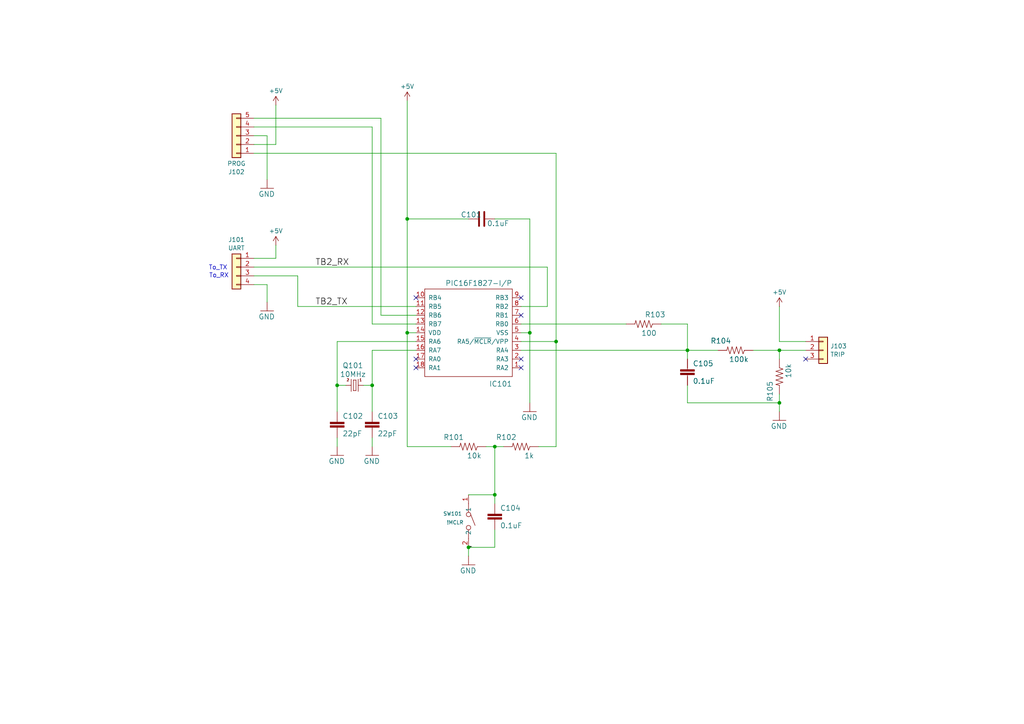
<source format=kicad_sch>
(kicad_sch (version 20231120) (generator "eeschema") (generator_version "8.0")
  (paper "A4")
  (title_block (title "M252 TB2 adapter for M302") (date "2024-12-08") (rev "1.00") (company "YS Lab"))
  (lib_symbols
    (symbol "001-eagle-import:C2,5-3" (pin_names (offset 1.016))
      (property "Reference" "C" (at 1.524 0.381 0))
      (property "Value" "C2,5-3" (at 1.524 -4.699 0))
      (symbol "C2,5-3_1_0"
        (rectangle (start -2.032 -2.032) (end 2.032 -1.524) (fill (type outline)))
        (rectangle (start -2.032 -1.016) (end 2.032 -0.508) (fill (type outline)))
        (polyline (pts (xy 0 -2.54) (xy 0 -2.032)))
        (polyline (pts (xy 0 0) (xy 0 -0.508)))
        (pin passive line (at 0 2.54 270) (length 2.54) (name "1") (number "1"))
        (pin passive line (at 0 -5.08 90) (length 2.54) (name "2") (number "2"))
      )
    )
    (symbol "001-eagle-import:CRYSTALHC49S" (pin_names (offset 1.016))
      (property "Reference" "Q" (at 2.54 1.016 0))
      (property "Value" "CRYSTALHC49S" (at 2.54 -2.54 0))
      (symbol "CRYSTALHC49S_1_0"
        (polyline (pts (xy -2.54 0) (xy -1.016 0)))
        (polyline (pts (xy -1.016 1.778) (xy -1.016 -1.778)))
        (polyline (pts (xy -0.381 -1.524) (xy 0.381 -1.524)))
        (polyline (pts (xy -0.381 1.524) (xy -0.381 -1.524)))
        (polyline (pts (xy 0.381 -1.524) (xy 0.381 1.524)))
        (polyline (pts (xy 0.381 1.524) (xy -0.381 1.524)))
        (polyline (pts (xy 1.016 0) (xy 2.54 0)))
        (polyline (pts (xy 1.016 1.778) (xy 1.016 -1.778)))
        (text "1" (at -2.159 -1.143 0) (effects (font (size 0.7112 0.7112)) (justify left bottom)))
        (text "2" (at 1.524 -1.143 0) (effects (font (size 0.7112 0.7112)) (justify left bottom)))
        (pin passive line (at -2.54 0 0) (length 0) (name "1") (number "1"))
        (pin passive line (at 2.54 0 180) (length 0) (name "2") (number "2"))
      )
    )
    (symbol "001-eagle-import:DIP-BUTTON(2P-6.0X3.0X4.3MM)-TS-1101F" (pin_names (offset 1.016))
      (property "Reference" "SW" (at -7.62 1.27 0))
      (property "Value" "DIP-BUTTON(2P-6.0X3.0X4.3MM)-TS-1101F" (at 1.27 1.27 0))
      (symbol "DIP-BUTTON(2P-6.0X3.0X4.3MM)-TS-1101F_1_0"
        (circle (center -1.905 0) (radius 0.635) (stroke (width 0.1524)))
        (polyline (pts (xy -5.08 0) (xy -2.54 0)))
        (polyline (pts (xy -1.905 0.635) (xy 1.27 1.905)))
        (polyline (pts (xy 2.54 0) (xy 5.08 0)))
        (circle (center 1.905 0) (radius 0.635) (stroke (width 0.1524)))
        (pin bidirectional line (at -7.62 0 0) (length 2.54) (name "1") (number "1"))
        (pin bidirectional line (at 7.62 0 180) (length 2.54) (name "2") (number "2"))
      )
    )
    (symbol "001-eagle-import:GND" (power) (pin_names (offset 1.016))
      (property "Value" "GND" (at -2.54 -2.54 0))
      (symbol "GND_1_0"
        (polyline (pts (xy -1.905 0) (xy 1.905 0)))
        (pin power_in line (at 0 2.54 270) (length 2.54) (name "GND") (number "1"))
      )
    )
    (symbol "001-eagle-import:PIC16F1826_27P" (pin_names (offset 1.016))
      (property "Reference" "IC" (at -12.7 13.97 0))
      (property "Value" "PIC16F1826_27P" (at -12.7 -15.24 0))
      (symbol "PIC16F1826_27P_1_0"
        (polyline (pts (xy -12.7 -12.7) (xy -12.7 12.7)))
        (polyline (pts (xy -12.7 12.7) (xy 12.7 12.7)))
        (polyline (pts (xy 12.7 -12.7) (xy -12.7 -12.7)))
        (polyline (pts (xy 12.7 12.7) (xy 12.7 -12.7)))
        (pin bidirectional line (at -15.24 10.16 0) (length 2.54) (name "RA2") (number "1"))
        (pin bidirectional line (at 15.24 -10.16 180) (length 2.54) (name "RB4") (number "10"))
        (pin bidirectional line (at 15.24 -7.62 180) (length 2.54) (name "RB5") (number "11"))
        (pin bidirectional line (at 15.24 -5.08 180) (length 2.54) (name "RB6") (number "12"))
        (pin bidirectional line (at 15.24 -2.54 180) (length 2.54) (name "RB7") (number "13"))
        (pin power_in line (at 15.24 0 180) (length 2.54) (name "VDD") (number "14"))
        (pin bidirectional line (at 15.24 2.54 180) (length 2.54) (name "RA6") (number "15"))
        (pin bidirectional line (at 15.24 5.08 180) (length 2.54) (name "RA7") (number "16"))
        (pin bidirectional line (at 15.24 7.62 180) (length 2.54) (name "RA0") (number "17"))
        (pin bidirectional line (at 15.24 10.16 180) (length 2.54) (name "RA1") (number "18"))
        (pin bidirectional line (at -15.24 7.62 0) (length 2.54) (name "RA3") (number "2"))
        (pin bidirectional line (at -15.24 5.08 0) (length 2.54) (name "RA4") (number "3"))
        (pin bidirectional line (at -15.24 2.54 0) (length 2.54) (name "RA5/~{MCLR}/VPP") (number "4"))
        (pin power_in line (at -15.24 0 0) (length 2.54) (name "VSS") (number "5"))
        (pin bidirectional line (at -15.24 -2.54 0) (length 2.54) (name "RB0") (number "6"))
        (pin bidirectional line (at -15.24 -5.08 0) (length 2.54) (name "RB1") (number "7"))
        (pin bidirectional line (at -15.24 -7.62 0) (length 2.54) (name "RB2") (number "8"))
        (pin bidirectional line (at -15.24 -10.16 0) (length 2.54) (name "RB3") (number "9"))
      )
    )
    (symbol "001-eagle-import:R-US_0204_7" (pin_names (offset 1.016))
      (property "Reference" "R" (at -3.81 1.4986 0))
      (property "Value" "R-US_0204_7" (at -3.81 -3.302 0))
      (symbol "R-US_0204_7_1_0"
        (polyline (pts (xy -2.54 0) (xy -2.159 1.016)))
        (polyline (pts (xy -2.159 1.016) (xy -1.524 -1.016)))
        (polyline (pts (xy -1.524 -1.016) (xy -0.889 1.016)))
        (polyline (pts (xy -0.889 1.016) (xy -0.254 -1.016)))
        (polyline (pts (xy -0.254 -1.016) (xy 0.381 1.016)))
        (polyline (pts (xy 0.381 1.016) (xy 1.016 -1.016)))
        (polyline (pts (xy 1.016 -1.016) (xy 1.651 1.016)))
        (polyline (pts (xy 1.651 1.016) (xy 2.286 -1.016)))
        (polyline (pts (xy 2.286 -1.016) (xy 2.54 0)))
        (pin passive line (at -5.08 0 0) (length 2.54) (name "1") (number "1"))
        (pin passive line (at 5.08 0 180) (length 2.54) (name "2") (number "2"))
      )
    )
    (symbol "Connector_Generic:Conn_01x03" (pin_names (offset 1.016) hide)
      (property "Reference" "J" (at 0 5.08 0))
      (property "Value" "Conn_01x03" (at 0 -5.08 0))
      (symbol "Conn_01x03_1_1"
        (rectangle (start -1.27 -2.413) (end 0 -2.667) (stroke (width 0.1524)))
        (rectangle (start -1.27 0.127) (end 0 -0.127) (stroke (width 0.1524)))
        (rectangle (start -1.27 2.667) (end 0 2.413) (stroke (width 0.1524)))
        (rectangle (start -1.27 3.81) (end 1.27 -3.81) (stroke (width 0.254)) (fill (type background)))
        (pin passive line (at -5.08 2.54 0) (length 3.81) (name "Pin_1") (number "1"))
        (pin passive line (at -5.08 0 0) (length 3.81) (name "Pin_2") (number "2"))
        (pin passive line (at -5.08 -2.54 0) (length 3.81) (name "Pin_3") (number "3"))
      )
    )
    (symbol "Connector_Generic:Conn_01x04" (pin_names (offset 1.016) hide)
      (property "Reference" "J" (at 0 5.08 0))
      (property "Value" "Conn_01x04" (at 0 -7.62 0))
      (symbol "Conn_01x04_1_1"
        (rectangle (start -1.27 -4.953) (end 0 -5.207) (stroke (width 0.1524)))
        (rectangle (start -1.27 -2.413) (end 0 -2.667) (stroke (width 0.1524)))
        (rectangle (start -1.27 0.127) (end 0 -0.127) (stroke (width 0.1524)))
        (rectangle (start -1.27 2.667) (end 0 2.413) (stroke (width 0.1524)))
        (rectangle (start -1.27 3.81) (end 1.27 -6.35) (stroke (width 0.254)) (fill (type background)))
        (pin passive line (at -5.08 2.54 0) (length 3.81) (name "Pin_1") (number "1"))
        (pin passive line (at -5.08 0 0) (length 3.81) (name "Pin_2") (number "2"))
        (pin passive line (at -5.08 -2.54 0) (length 3.81) (name "Pin_3") (number "3"))
        (pin passive line (at -5.08 -5.08 0) (length 3.81) (name "Pin_4") (number "4"))
      )
    )
    (symbol "Connector_Generic:Conn_01x05" (pin_names (offset 1.016) hide)
      (property "Reference" "J" (at 0 7.62 0))
      (property "Value" "Conn_01x05" (at 0 -7.62 0))
      (symbol "Conn_01x05_1_1"
        (rectangle (start -1.27 -4.953) (end 0 -5.207) (stroke (width 0.1524)))
        (rectangle (start -1.27 -2.413) (end 0 -2.667) (stroke (width 0.1524)))
        (rectangle (start -1.27 0.127) (end 0 -0.127) (stroke (width 0.1524)))
        (rectangle (start -1.27 2.667) (end 0 2.413) (stroke (width 0.1524)))
        (rectangle (start -1.27 5.207) (end 0 4.953) (stroke (width 0.1524)))
        (rectangle (start -1.27 6.35) (end 1.27 -6.35) (stroke (width 0.254)) (fill (type background)))
        (pin passive line (at -5.08 5.08 0) (length 3.81) (name "Pin_1") (number "1"))
        (pin passive line (at -5.08 2.54 0) (length 3.81) (name "Pin_2") (number "2"))
        (pin passive line (at -5.08 0 0) (length 3.81) (name "Pin_3") (number "3"))
        (pin passive line (at -5.08 -2.54 0) (length 3.81) (name "Pin_4") (number "4"))
        (pin passive line (at -5.08 -5.08 0) (length 3.81) (name "Pin_5") (number "5"))
      )
    )
    (symbol "Device:C" (pin_numbers hide) (pin_names (offset 0.254))
      (property "Reference" "C" (at 0.635 2.54 0))
      (property "Value" "C" (at 0.635 -2.54 0))
      (symbol "C_0_1"
        (polyline (pts (xy -2.032 -0.762) (xy 2.032 -0.762)) (stroke (width 0.508)))
        (polyline (pts (xy -2.032 0.762) (xy 2.032 0.762)) (stroke (width 0.508)))
      )
      (symbol "C_1_1"
        (pin passive line (at 0 3.81 270) (length 2.794) (name "~") (number "1"))
        (pin passive line (at 0 -3.81 90) (length 2.794) (name "~") (number "2"))
      )
    )
    (symbol "power:+5V" (power) (pin_numbers hide) (pin_names (offset 0) hide)
      (property "Value" "+5V" (at 0 3.556 0))
      (symbol "+5V_0_1"
        (polyline (pts (xy -0.762 1.27) (xy 0 2.54)))
        (polyline (pts (xy 0 0) (xy 0 2.54)))
        (polyline (pts (xy 0 2.54) (xy 0.762 1.27)))
      )
      (symbol "+5V_1_1"
        (pin power_in line (at 0 0 90) (length 0) (name "~") (number "1"))
      )
    )
  )
  (junction (at 97.79 111.76))
  (junction (at 153.67 96.52))
  (junction (at 118.11 96.52))
  (junction (at 143.51 143.51))
  (junction (at 199.39 101.6))
  (junction (at 226.06 101.6))
  (junction (at 135.89 158.75))
  (junction (at 107.95 111.76))
  (junction (at 161.29 99.06))
  (junction (at 118.11 63.5))
  (junction (at 226.06 116.84))
  (junction (at 143.51 129.54))
  (no_connect (at 120.65 86.36))
  (no_connect (at 120.65 106.68))
  (no_connect (at 151.13 86.36))
  (no_connect (at 151.13 106.68))
  (no_connect (at 120.65 104.14))
  (no_connect (at 151.13 91.44))
  (no_connect (at 151.13 104.14))
  (no_connect (at 233.68 104.14))
  (wire (pts (xy 110.49 34.29) (xy 110.49 91.44)))
  (wire (pts (xy 73.66 44.45) (xy 161.29 44.45)))
  (wire (pts (xy 107.95 111.76) (xy 107.95 101.6)))
  (wire (pts (xy 143.51 158.75) (xy 135.89 158.75)))
  (wire (pts (xy 120.65 101.6) (xy 107.95 101.6)))
  (wire (pts (xy 226.06 116.84) (xy 226.06 114.3)))
  (wire (pts (xy 143.51 129.54) (xy 143.51 143.51)))
  (wire (pts (xy 153.67 96.52) (xy 153.67 116.84)))
  (wire (pts (xy 118.11 96.52) (xy 120.65 96.52)))
  (wire (pts (xy 118.11 63.5) (xy 118.11 96.52)))
  (wire (pts (xy 86.36 88.9) (xy 120.65 88.9)))
  (wire (pts (xy 107.95 127) (xy 107.95 129.54)))
  (wire (pts (xy 100.33 111.76) (xy 97.79 111.76)))
  (wire (pts (xy 73.66 82.55) (xy 77.47 82.55)))
  (wire (pts (xy 161.29 129.54) (xy 161.29 99.06)))
  (wire (pts (xy 226.06 99.06) (xy 233.68 99.06)))
  (wire (pts (xy 73.66 80.01) (xy 86.36 80.01)))
  (wire (pts (xy 135.89 143.51) (xy 143.51 143.51)))
  (wire (pts (xy 181.61 93.98) (xy 151.13 93.98)))
  (wire (pts (xy 107.95 36.83) (xy 73.66 36.83)))
  (wire (pts (xy 73.66 39.37) (xy 77.47 39.37)))
  (wire (pts (xy 143.51 153.67) (xy 143.51 158.75)))
  (wire (pts (xy 80.01 71.12) (xy 80.01 74.93)))
  (wire (pts (xy 140.97 129.54) (xy 143.51 129.54)))
  (wire (pts (xy 153.67 63.5) (xy 153.67 96.52)))
  (wire (pts (xy 226.06 88.9) (xy 226.06 99.06)))
  (wire (pts (xy 73.66 77.47) (xy 158.75 77.47)))
  (wire (pts (xy 135.89 63.5) (xy 118.11 63.5)))
  (wire (pts (xy 161.29 44.45) (xy 161.29 99.06)))
  (wire (pts (xy 107.95 93.98) (xy 120.65 93.98)))
  (wire (pts (xy 77.47 39.37) (xy 77.47 52.07)))
  (wire (pts (xy 143.51 63.5) (xy 153.67 63.5)))
  (wire (pts (xy 156.21 129.54) (xy 161.29 129.54)))
  (wire (pts (xy 208.28 101.6) (xy 199.39 101.6)))
  (wire (pts (xy 135.89 158.75) (xy 135.89 161.29)))
  (wire (pts (xy 110.49 34.29) (xy 73.66 34.29)))
  (wire (pts (xy 80.01 74.93) (xy 73.66 74.93)))
  (wire (pts (xy 199.39 93.98) (xy 191.77 93.98)))
  (wire (pts (xy 226.06 101.6) (xy 233.68 101.6)))
  (wire (pts (xy 107.95 119.38) (xy 107.95 111.76)))
  (wire (pts (xy 199.39 101.6) (xy 199.39 93.98)))
  (wire (pts (xy 226.06 119.38) (xy 226.06 116.84)))
  (wire (pts (xy 151.13 99.06) (xy 161.29 99.06)))
  (wire (pts (xy 73.66 41.91) (xy 80.01 41.91)))
  (wire (pts (xy 199.39 111.76) (xy 199.39 116.84)))
  (wire (pts (xy 199.39 104.14) (xy 199.39 101.6)))
  (wire (pts (xy 143.51 146.05) (xy 143.51 143.51)))
  (wire (pts (xy 97.79 99.06) (xy 97.79 111.76)))
  (wire (pts (xy 107.95 36.83) (xy 107.95 93.98)))
  (wire (pts (xy 120.65 91.44) (xy 110.49 91.44)))
  (wire (pts (xy 80.01 30.48) (xy 80.01 41.91)))
  (wire (pts (xy 97.79 127) (xy 97.79 129.54)))
  (wire (pts (xy 77.47 82.55) (xy 77.47 87.63)))
  (wire (pts (xy 158.75 88.9) (xy 151.13 88.9)))
  (wire (pts (xy 97.79 99.06) (xy 120.65 99.06)))
  (wire (pts (xy 199.39 116.84) (xy 226.06 116.84)))
  (wire (pts (xy 218.44 101.6) (xy 226.06 101.6)))
  (wire (pts (xy 158.75 77.47) (xy 158.75 88.9)))
  (wire (pts (xy 118.11 96.52) (xy 118.11 129.54)))
  (wire (pts (xy 86.36 80.01) (xy 86.36 88.9)))
  (wire (pts (xy 151.13 101.6) (xy 199.39 101.6)))
  (wire (pts (xy 226.06 104.14) (xy 226.06 101.6)))
  (wire (pts (xy 153.67 96.52) (xy 151.13 96.52)))
  (wire (pts (xy 143.51 129.54) (xy 146.05 129.54)))
  (wire (pts (xy 118.11 129.54) (xy 130.81 129.54)))
  (wire (pts (xy 97.79 111.76) (xy 97.79 119.38)))
  (wire (pts (xy 105.41 111.76) (xy 107.95 111.76)))
  (wire (pts (xy 118.11 29.21) (xy 118.11 63.5)))
  (text "To_TX" (at 63.246 77.724 0) (effects (font (size 1.27 1.27))))
  (text "To_RX" (at 63.5 80.01 0) (effects (font (size 1.27 1.27))))
  (label "GND" (at 135.89 158.75 0) (effects (font (size 0.254 0.254))))
  (label "TB2_TX" (at 91.44 88.9 0) (effects (font (size 1.778 1.778))))
  (label "TB2_RX" (at 91.44 77.47 0) (effects (font (size 1.778 1.778))))
  (symbol (lib_id "001-eagle-import:GND") (at 97.79 132.08 0) (unit 1)
    (property "Reference" "#GND0103" (effects (hide yes)))
    (property "Value" "GND" (at 95.25 134.62 0) (effects (font (size 1.4986 1.4986)) (justify left bottom)))
  )
  (symbol (lib_id "001-eagle-import:R-US_0204_7") (at 213.36 101.6 180) (unit 1)
    (property "Reference" "R104" (at 212.09 98.0186 0) (effects (font (size 1.4986 1.4986)) (justify left bottom)))
    (property "Value" "100k" (at 217.17 103.378 0) (effects (font (size 1.4986 1.4986)) (justify left bottom)))
    (property "Footprint" "Resistor_THT:R_Axial_DIN0207_L6.3mm_D2.5mm_P7.62mm_Horizontal" (effects (hide yes)))
  )
  (symbol (lib_id "001-eagle-import:GND") (at 77.47 54.61 0) (unit 1)
    (property "Reference" "#GND0105" (effects (hide yes)))
    (property "Value" "GND" (at 74.93 57.15 0) (effects (font (size 1.4986 1.4986)) (justify left bottom)))
  )
  (symbol (lib_id "001-eagle-import:R-US_0204_7") (at 186.69 93.98 180) (unit 1)
    (property "Reference" "R103" (at 193.04 90.3986 0) (effects (font (size 1.4986 1.4986)) (justify left bottom)))
    (property "Value" "100" (at 190.5 95.758 0) (effects (font (size 1.4986 1.4986)) (justify left bottom)))
    (property "Footprint" "Resistor_THT:R_Axial_DIN0207_L6.3mm_D2.5mm_P7.62mm_Horizontal" (effects (hide yes)))
  )
  (symbol (lib_id "001-eagle-import:CRYSTALHC49S") (at 102.87 111.76 180) (unit 1)
    (property "Reference" "Q101" (at 105.41 105.156 0) (effects (font (size 1.4986 1.4986)) (justify left bottom)))
    (property "Value" "10MHz" (at 106.172 107.696 0) (effects (font (size 1.4986 1.4986)) (justify left bottom)))
    (property "Footprint" "Crystal:Crystal_HC49-4H_Vertical" (effects (hide yes)))
  )
  (symbol (lib_id "001-eagle-import:C2,5-3") (at 97.79 121.92 0) (unit 1)
    (property "Reference" "C102" (at 99.314 121.539 0) (effects (font (size 1.4986 1.4986)) (justify left bottom)))
    (property "Value" "22pF" (at 99.314 126.619 0) (effects (font (size 1.4986 1.4986)) (justify left bottom)))
    (property "Footprint" "Capacitor_THT:C_Disc_D3.0mm_W2.0mm_P2.50mm" (effects (hide yes)))
  )
  (symbol (lib_id "001-eagle-import:C2,5-3") (at 107.95 121.92 0) (unit 1)
    (property "Reference" "C103" (at 109.474 121.539 0) (effects (font (size 1.4986 1.4986)) (justify left bottom)))
    (property "Value" "22pF" (at 109.474 126.619 0) (effects (font (size 1.4986 1.4986)) (justify left bottom)))
    (property "Footprint" "Capacitor_THT:C_Disc_D3.0mm_W2.0mm_P2.50mm" (effects (hide yes)))
  )
  (symbol (lib_id "001-eagle-import:GND") (at 107.95 132.08 0) (unit 1)
    (property "Reference" "#GND0104" (effects (hide yes)))
    (property "Value" "GND" (at 105.41 134.62 0) (effects (font (size 1.4986 1.4986)) (justify left bottom)))
  )
  (symbol (lib_id "001-eagle-import:R-US_0204_7") (at 135.89 129.54 180) (unit 1)
    (property "Reference" "R101" (at 134.62 125.9586 0) (effects (font (size 1.4986 1.4986)) (justify left bottom)))
    (property "Value" "10k" (at 139.7 131.318 0) (effects (font (size 1.4986 1.4986)) (justify left bottom)))
    (property "Footprint" "Resistor_THT:R_Axial_DIN0207_L6.3mm_D2.5mm_P7.62mm_Horizontal" (effects (hide yes)))
  )
  (symbol (lib_id "001-eagle-import:R-US_0204_7") (at 226.06 109.22 270) (unit 1)
    (property "Reference" "R105" (at 222.4786 110.49 0) (effects (font (size 1.4986 1.4986)) (justify left bottom)))
    (property "Value" "10k" (at 227.838 105.41 0) (effects (font (size 1.4986 1.4986)) (justify left bottom)))
    (property "Footprint" "Resistor_THT:R_Axial_DIN0207_L6.3mm_D2.5mm_P7.62mm_Horizontal" (effects (hide yes)))
  )
  (symbol (lib_id "001-eagle-import:GND") (at 135.89 163.83 0) (unit 1)
    (property "Reference" "#GND0107" (effects (hide yes)))
    (property "Value" "GND" (at 133.35 166.37 0) (effects (font (size 1.4986 1.4986)) (justify left bottom)))
  )
  (symbol (lib_id "001-eagle-import:DIP-BUTTON(2P-6.0X3.0X4.3MM)-TS-1101F") (at 135.89 151.13 270) (unit 1)
    (property "Reference" "SW101" (at 128.524 149.606 90) (effects (font (size 1.0668 1.0668)) (justify left bottom)))
    (property "Value" "!MCLR" (at 129.54 152.146 90) (effects (font (size 1.0668 1.0668)) (justify left bottom)))
    (property "Footprint" "HOLLY2:TVDT18-050" (effects (hide yes)))
  )
  (symbol (lib_id "001-eagle-import:PIC16F1826_27P") (at 135.89 96.52 180) (unit 1)
    (property "Reference" "IC101" (at 148.59 110.49 0) (effects (font (size 1.4986 1.4986)) (justify left bottom)))
    (property "Value" "PIC16F1827-I/P" (at 148.59 81.28 0) (effects (font (size 1.4986 1.4986)) (justify left bottom)))
    (property "Footprint" "Package_DIP:DIP-18_W7.62mm_Socket_LongPads" (effects (hide yes)))
  )
  (symbol (lib_id "001-eagle-import:C2,5-3") (at 143.51 148.59 0) (unit 1)
    (property "Reference" "C104" (at 145.034 148.209 0) (effects (font (size 1.4986 1.4986)) (justify left bottom)))
    (property "Value" "0.1uF" (at 145.034 153.289 0) (effects (font (size 1.4986 1.4986)) (justify left bottom)))
    (property "Footprint" "Capacitor_THT:C_Disc_D3.0mm_W2.0mm_P2.50mm" (effects (hide yes)))
  )
  (symbol (lib_id "001-eagle-import:GND") (at 226.06 121.92 0) (unit 1)
    (property "Reference" "#GND0106" (effects (hide yes)))
    (property "Value" "GND" (at 223.52 124.46 0) (effects (font (size 1.4986 1.4986)) (justify left bottom)))
  )
  (symbol (lib_id "001-eagle-import:C2,5-3") (at 199.39 106.68 0) (unit 1)
    (property "Reference" "C105" (at 200.914 106.299 0) (effects (font (size 1.4986 1.4986)) (justify left bottom)))
    (property "Value" "0.1uF" (at 200.914 111.379 0) (effects (font (size 1.4986 1.4986)) (justify left bottom)))
    (property "Footprint" "Capacitor_THT:C_Disc_D3.0mm_W2.0mm_P2.50mm" (effects (hide yes)))
  )
  (symbol (lib_id "001-eagle-import:R-US_0204_7") (at 151.13 129.54 180) (unit 1)
    (property "Reference" "R102" (at 149.86 125.9586 0) (effects (font (size 1.4986 1.4986)) (justify left bottom)))
    (property "Value" "1k" (at 154.94 131.318 0) (effects (font (size 1.4986 1.4986)) (justify left bottom)))
    (property "Footprint" "Resistor_THT:R_Axial_DIN0207_L6.3mm_D2.5mm_P7.62mm_Horizontal" (effects (hide yes)))
  )
  (symbol (lib_id "Device:C") (at 139.7 63.5 270) (unit 1)
    (property "Reference" "C101" (at 133.604 63.119 90) (effects (font (size 1.4986 1.4986)) (justify left bottom)))
    (property "Value" "0.1uF" (at 141.224 65.659 90) (effects (font (size 1.4986 1.4986)) (justify left bottom)))
    (property "Footprint" "Capacitor_THT:C_Disc_D3.0mm_W2.0mm_P2.50mm" (effects (hide yes)))
  )
  (symbol (lib_id "Connector_Generic:Conn_01x03") (at 238.76 101.6 0) (unit 1)
    (property "Reference" "J103" (at 240.792 100.3878 0) (effects (justify left)))
    (property "Value" "TRIP" (at 240.792 102.8121 0) (effects (justify left)))
    (property "Footprint" "Connector_JST:JST_XH_B3B-XH-AM_1x03_P2.50mm_Vertical" (effects (hide yes)))
    (property "Description" "Generic connector, single row, 01x03, script generated (kicad-library-utils/schlib/autogen/connector/)" (effects (hide yes)))
  )
  (symbol (lib_id "Connector_Generic:Conn_01x04") (at 68.58 77.47 0) (mirror y) (unit 1)
    (property "Reference" "J101" (at 68.58 69.5155 0))
    (property "Value" "UART" (at 68.58 71.9398 0))
    (property "Footprint" "Connector_JST:JST_XH_B4B-XH-AM_1x04_P2.50mm_Vertical" (effects (hide yes)))
    (property "Description" "Generic connector, single row, 01x04, script generated (kicad-library-utils/schlib/autogen/connector/)" (effects (hide yes)))
  )
  (symbol (lib_id "001-eagle-import:GND") (at 77.47 90.17 0) (unit 1)
    (property "Reference" "#GND0102" (effects (hide yes)))
    (property "Value" "GND" (at 74.93 92.71 0) (effects (font (size 1.4986 1.4986)) (justify left bottom)))
  )
  (symbol (lib_id "power:+5V") (at 226.06 88.9 0) (unit 1)
    (property "Reference" "#PWR0101" (effects (hide yes)))
    (property "Value" "+5V" (at 226.06 84.7669 0))
    (property "Description" "Power symbol creates a global label with name \"+5V\"" (effects (hide yes)))
  )
  (symbol (lib_id "power:+5V") (at 80.01 30.48 0) (unit 1)
    (property "Reference" "#PWR0102" (effects (hide yes)))
    (property "Value" "+5V" (at 80.01 26.3469 0))
    (property "Description" "Power symbol creates a global label with name \"+5V\"" (effects (hide yes)))
  )
  (symbol (lib_id "Connector_Generic:Conn_01x05") (at 68.58 39.37 180) (unit 1)
    (property "Reference" "J102" (at 68.58 49.8645 0))
    (property "Value" "PROG" (at 68.58 47.4402 0))
    (property "Footprint" "Connector_JST:JST_XH_B5B-XH-AM_1x05_P2.50mm_Vertical" (effects (hide yes)))
    (property "Description" "Generic connector, single row, 01x05, script generated (kicad-library-utils/schlib/autogen/connector/)" (effects (hide yes)))
  )
  (symbol (lib_id "power:+5V") (at 80.01 71.12 0) (unit 1)
    (property "Reference" "#PWR0105" (effects (hide yes)))
    (property "Value" "+5V" (at 80.01 66.9869 0))
    (property "Description" "Power symbol creates a global label with name \"+5V\"" (effects (hide yes)))
  )
  (symbol (lib_id "001-eagle-import:GND") (at 153.67 119.38 0) (unit 1)
    (property "Reference" "#GND0101" (effects (hide yes)))
    (property "Value" "GND" (at 151.13 121.92 0) (effects (font (size 1.4986 1.4986)) (justify left bottom)))
  )
  (symbol (lib_id "power:+5V") (at 118.11 29.21 0) (unit 1)
    (property "Reference" "#PWR0103" (effects (hide yes)))
    (property "Value" "+5V" (at 118.11 25.0769 0))
    (property "Description" "Power symbol creates a global label with name \"+5V\"" (effects (hide yes)))
  )
)
</source>
